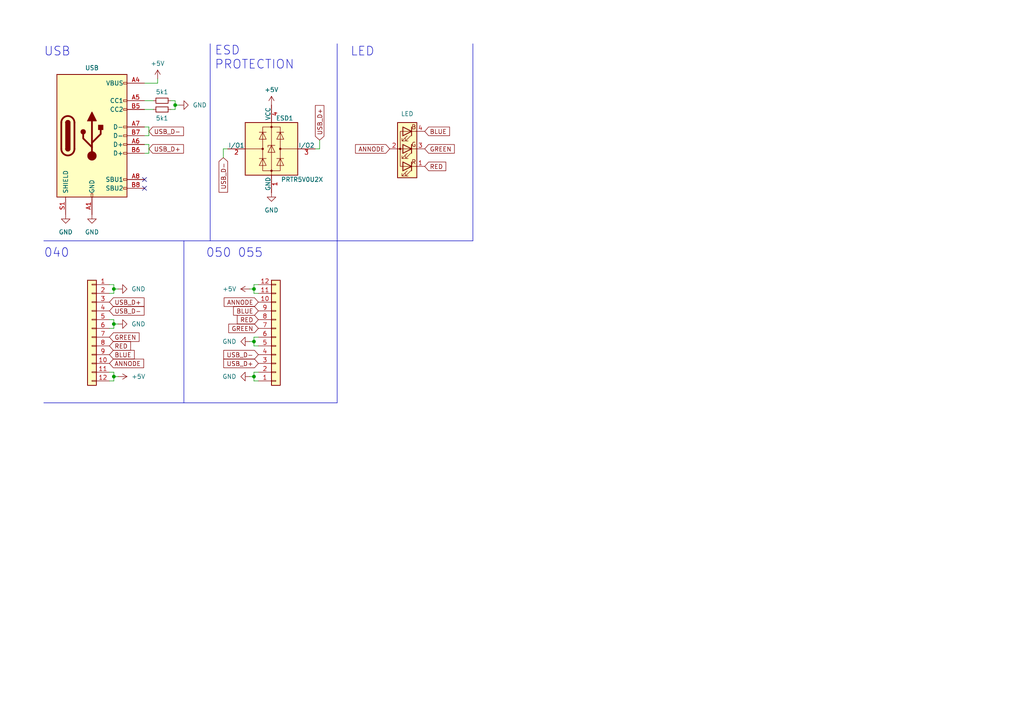
<source format=kicad_sch>
(kicad_sch (version 20230121) (generator eeschema)
  (paper "A4")
  (lib_symbols
    (symbol "Connector:USB_C_Receptacle_USB2.0" (pin_names (offset 1.016))
      (property "Reference" "J" (at -10.16 19.05 0))
      (property "Value" "USB_C_Receptacle_USB2.0" (at 19.05 19.05 0))
      (symbol "USB_C_Receptacle_USB2.0_0_0"
        (rectangle (start -0.254 -17.78) (end 0.254 -16.764))
        (rectangle (start 10.16 -14.986) (end 9.144 -15.494))
        (rectangle (start 10.16 -12.446) (end 9.144 -12.954))
        (rectangle (start 10.16 -4.826) (end 9.144 -5.334))
        (rectangle (start 10.16 -2.286) (end 9.144 -2.794))
        (rectangle (start 10.16 0.254) (end 9.144 -0.254))
        (rectangle (start 10.16 2.794) (end 9.144 2.286))
        (rectangle (start 10.16 7.874) (end 9.144 7.366))
        (rectangle (start 10.16 10.414) (end 9.144 9.906))
        (rectangle (start 10.16 15.494) (end 9.144 14.986))
      )
      (symbol "USB_C_Receptacle_USB2.0_0_1"
        (rectangle (start -10.16 17.78) (end 10.16 -17.78) (stroke (width 0.254)) (fill (type background)))
        (arc (start -8.89 -3.81) (mid -6.985 -5.7067) (end -5.08 -3.81) (stroke (width 0.508)))
        (arc (start -7.62 -3.81) (mid -6.985 -4.4423) (end -6.35 -3.81) (stroke (width 0.254)))
        (arc (start -7.62 -3.81) (mid -6.985 -4.4423) (end -6.35 -3.81) (stroke (width 0.254)) (fill (type outline)))
        (rectangle (start -7.62 -3.81) (end -6.35 3.81) (stroke (width 0.254)) (fill (type outline)))
        (arc (start -6.35 3.81) (mid -6.985 4.4423) (end -7.62 3.81) (stroke (width 0.254)))
        (arc (start -6.35 3.81) (mid -6.985 4.4423) (end -7.62 3.81) (stroke (width 0.254)) (fill (type outline)))
        (arc (start -5.08 3.81) (mid -6.985 5.7067) (end -8.89 3.81) (stroke (width 0.508)))
        (circle (center -2.54 1.143) (radius 0.635) (stroke (width 0.254)) (fill (type outline)))
        (circle (center 0 -5.842) (radius 1.27) (fill (type outline)))
        (polyline (pts (xy -8.89 -3.81) (xy -8.89 3.81)) (stroke (width 0.508)))
        (polyline (pts (xy -5.08 3.81) (xy -5.08 -3.81)) (stroke (width 0.508)))
        (polyline (pts (xy 0 -5.842) (xy 0 4.318)) (stroke (width 0.508)))
        (polyline (pts (xy 0 -3.302) (xy -2.54 -0.762) (xy -2.54 0.508)) (stroke (width 0.508)))
        (polyline (pts (xy 0 -2.032) (xy 2.54 0.508) (xy 2.54 1.778)) (stroke (width 0.508)))
        (polyline (pts (xy -1.27 4.318) (xy 0 6.858) (xy 1.27 4.318) (xy -1.27 4.318)) (stroke (width 0.254)) (fill (type outline)))
        (rectangle (start 1.905 1.778) (end 3.175 3.048) (stroke (width 0.254)) (fill (type outline)))
      )
      (symbol "USB_C_Receptacle_USB2.0_1_1"
        (pin passive line (at 0 -22.86 90) (length 5.08) (name "GND") (number "A1"))
        (pin passive line (at 0 -22.86 90) (length 5.08) hide (name "GND") (number "A12"))
        (pin passive line (at 15.24 15.24 180) (length 5.08) (name "VBUS") (number "A4"))
        (pin bidirectional line (at 15.24 10.16 180) (length 5.08) (name "CC1") (number "A5"))
        (pin bidirectional line (at 15.24 -2.54 180) (length 5.08) (name "D+") (number "A6"))
        (pin bidirectional line (at 15.24 2.54 180) (length 5.08) (name "D-") (number "A7"))
        (pin bidirectional line (at 15.24 -12.7 180) (length 5.08) (name "SBU1") (number "A8"))
        (pin passive line (at 15.24 15.24 180) (length 5.08) hide (name "VBUS") (number "A9"))
        (pin passive line (at 0 -22.86 90) (length 5.08) hide (name "GND") (number "B1"))
        (pin passive line (at 0 -22.86 90) (length 5.08) hide (name "GND") (number "B12"))
        (pin passive line (at 15.24 15.24 180) (length 5.08) hide (name "VBUS") (number "B4"))
        (pin bidirectional line (at 15.24 7.62 180) (length 5.08) (name "CC2") (number "B5"))
        (pin bidirectional line (at 15.24 -5.08 180) (length 5.08) (name "D+") (number "B6"))
        (pin bidirectional line (at 15.24 0 180) (length 5.08) (name "D-") (number "B7"))
        (pin bidirectional line (at 15.24 -15.24 180) (length 5.08) (name "SBU2") (number "B8"))
        (pin passive line (at 15.24 15.24 180) (length 5.08) hide (name "VBUS") (number "B9"))
        (pin passive line (at -7.62 -22.86 90) (length 5.08) (name "SHIELD") (number "S1"))
      )
    )
    (symbol "Connector_Generic:Conn_01x12" (pin_names (offset 1.016) hide)
      (property "Reference" "J" (at 0 15.24 0))
      (property "Value" "Conn_01x12" (at 0 -17.78 0))
      (symbol "Conn_01x12_1_1"
        (rectangle (start -1.27 -15.113) (end 0 -15.367) (stroke (width 0.1524)))
        (rectangle (start -1.27 -12.573) (end 0 -12.827) (stroke (width 0.1524)))
        (rectangle (start -1.27 -10.033) (end 0 -10.287) (stroke (width 0.1524)))
        (rectangle (start -1.27 -7.493) (end 0 -7.747) (stroke (width 0.1524)))
        (rectangle (start -1.27 -4.953) (end 0 -5.207) (stroke (width 0.1524)))
        (rectangle (start -1.27 -2.413) (end 0 -2.667) (stroke (width 0.1524)))
        (rectangle (start -1.27 0.127) (end 0 -0.127) (stroke (width 0.1524)))
        (rectangle (start -1.27 2.667) (end 0 2.413) (stroke (width 0.1524)))
        (rectangle (start -1.27 5.207) (end 0 4.953) (stroke (width 0.1524)))
        (rectangle (start -1.27 7.747) (end 0 7.493) (stroke (width 0.1524)))
        (rectangle (start -1.27 10.287) (end 0 10.033) (stroke (width 0.1524)))
        (rectangle (start -1.27 12.827) (end 0 12.573) (stroke (width 0.1524)))
        (rectangle (start -1.27 13.97) (end 1.27 -16.51) (stroke (width 0.254)) (fill (type background)))
        (pin passive line (at -5.08 12.7 0) (length 3.81) (name "Pin_1") (number "1"))
        (pin passive line (at -5.08 -10.16 0) (length 3.81) (name "Pin_10") (number "10"))
        (pin passive line (at -5.08 -12.7 0) (length 3.81) (name "Pin_11") (number "11"))
        (pin passive line (at -5.08 -15.24 0) (length 3.81) (name "Pin_12") (number "12"))
        (pin passive line (at -5.08 10.16 0) (length 3.81) (name "Pin_2") (number "2"))
        (pin passive line (at -5.08 7.62 0) (length 3.81) (name "Pin_3") (number "3"))
        (pin passive line (at -5.08 5.08 0) (length 3.81) (name "Pin_4") (number "4"))
        (pin passive line (at -5.08 2.54 0) (length 3.81) (name "Pin_5") (number "5"))
        (pin passive line (at -5.08 0 0) (length 3.81) (name "Pin_6") (number "6"))
        (pin passive line (at -5.08 -2.54 0) (length 3.81) (name "Pin_7") (number "7"))
        (pin passive line (at -5.08 -5.08 0) (length 3.81) (name "Pin_8") (number "8"))
        (pin passive line (at -5.08 -7.62 0) (length 3.81) (name "Pin_9") (number "9"))
      )
    )
    (symbol "Device:LED_RAGB" (pin_names (offset 0) hide)
      (property "Reference" "D" (at 0 9.398 0))
      (property "Value" "LED_RAGB" (at 0 -8.89 0))
      (symbol "LED_RAGB_0_0"
        (text "B" (at -1.905 -6.35 0) (effects (font (size 1.27 1.27))))
        (text "G" (at -1.905 -1.27 0) (effects (font (size 1.27 1.27))))
        (text "R" (at -1.905 3.81 0) (effects (font (size 1.27 1.27))))
      )
      (symbol "LED_RAGB_0_1"
        (polyline (pts (xy -1.27 -5.08) (xy -2.54 -5.08)))
        (polyline (pts (xy -1.27 -5.08) (xy 1.27 -5.08)))
        (polyline (pts (xy -1.27 -3.81) (xy -1.27 -6.35)) (stroke (width 0.254)))
        (polyline (pts (xy -1.27 0) (xy -2.54 0)))
        (polyline (pts (xy -1.27 1.27) (xy -1.27 -1.27)) (stroke (width 0.254)))
        (polyline (pts (xy -1.27 5.08) (xy -2.54 5.08)))
        (polyline (pts (xy -1.27 5.08) (xy 1.27 5.08)))
        (polyline (pts (xy -1.27 6.35) (xy -1.27 3.81)) (stroke (width 0.254)))
        (polyline (pts (xy 1.27 0) (xy -1.27 0)))
        (polyline (pts (xy 1.27 0) (xy 2.54 0)))
        (polyline (pts (xy -1.27 1.27) (xy -1.27 -1.27) (xy -1.27 -1.27)))
        (polyline (pts (xy -1.27 6.35) (xy -1.27 3.81) (xy -1.27 3.81)))
        (polyline (pts (xy 1.27 -5.08) (xy 2.032 -5.08) (xy 2.032 5.08) (xy 1.27 5.08)))
        (polyline (pts (xy 1.27 -3.81) (xy 1.27 -6.35) (xy -1.27 -5.08) (xy 1.27 -3.81)) (stroke (width 0.254)))
        (polyline (pts (xy 1.27 1.27) (xy 1.27 -1.27) (xy -1.27 0) (xy 1.27 1.27)) (stroke (width 0.254)))
        (polyline (pts (xy 1.27 6.35) (xy 1.27 3.81) (xy -1.27 5.08) (xy 1.27 6.35)) (stroke (width 0.254)))
        (polyline (pts (xy -1.016 -3.81) (xy 0.508 -2.286) (xy -0.254 -2.286) (xy 0.508 -2.286) (xy 0.508 -3.048)))
        (polyline (pts (xy -1.016 1.27) (xy 0.508 2.794) (xy -0.254 2.794) (xy 0.508 2.794) (xy 0.508 2.032)))
        (polyline (pts (xy -1.016 6.35) (xy 0.508 7.874) (xy -0.254 7.874) (xy 0.508 7.874) (xy 0.508 7.112)))
        (polyline (pts (xy 0 -3.81) (xy 1.524 -2.286) (xy 0.762 -2.286) (xy 1.524 -2.286) (xy 1.524 -3.048)))
        (polyline (pts (xy 0 1.27) (xy 1.524 2.794) (xy 0.762 2.794) (xy 1.524 2.794) (xy 1.524 2.032)))
        (polyline (pts (xy 0 6.35) (xy 1.524 7.874) (xy 0.762 7.874) (xy 1.524 7.874) (xy 1.524 7.112)))
        (rectangle (start 1.27 -1.27) (end 1.27 1.27))
        (rectangle (start 1.27 1.27) (end 1.27 1.27))
        (rectangle (start 1.27 3.81) (end 1.27 6.35))
        (rectangle (start 1.27 6.35) (end 1.27 6.35))
        (circle (center 2.032 0) (radius 0.254) (fill (type outline)))
        (rectangle (start 2.794 8.382) (end -2.794 -7.62) (stroke (width 0.254)) (fill (type background)))
      )
      (symbol "LED_RAGB_1_1"
        (pin passive line (at -5.08 5.08 0) (length 2.54) (name "RK") (number "1"))
        (pin passive line (at 5.08 0 180) (length 2.54) (name "A") (number "2"))
        (pin passive line (at -5.08 0 0) (length 2.54) (name "GK") (number "3"))
        (pin passive line (at -5.08 -5.08 0) (length 2.54) (name "BK") (number "4"))
      )
    )
    (symbol "Device:R_Small" (pin_numbers hide) (pin_names (offset 0.254) hide)
      (property "Reference" "R" (at 0.762 0.508 0))
      (property "Value" "R_Small" (at 0.762 -1.016 0))
      (symbol "R_Small_0_1"
        (rectangle (start -0.762 1.778) (end 0.762 -1.778) (stroke (width 0.2032)))
      )
      (symbol "R_Small_1_1"
        (pin passive line (at 0 2.54 270) (length 0.762) (name "~") (number "1"))
        (pin passive line (at 0 -2.54 90) (length 0.762) (name "~") (number "2"))
      )
    )
    (symbol "Power_Protection:PRTR5V0U2X" (pin_names (offset 0))
      (property "Reference" "D" (at 2.794 8.636 0))
      (property "Value" "PRTR5V0U2X" (at 8.128 -9.398 0))
      (symbol "PRTR5V0U2X_0_1"
        (rectangle (start -7.62 -7.62) (end 7.62 7.62) (stroke (width 0.254)) (fill (type background)))
        (circle (center -2.54 0) (radius 0.254) (fill (type outline)))
        (rectangle (start -2.54 6.35) (end 2.54 -6.35))
        (circle (center 0 -6.35) (radius 0.254) (fill (type outline)))
        (polyline (pts (xy -2.54 0) (xy -7.62 0)))
        (polyline (pts (xy -1.524 -2.794) (xy -3.556 -2.794)))
        (polyline (pts (xy -1.524 4.826) (xy -3.556 4.826)))
        (polyline (pts (xy 0 -7.62) (xy 0 7.62)))
        (polyline (pts (xy 1.524 -2.794) (xy 3.556 -2.794)))
        (polyline (pts (xy 1.524 4.826) (xy 3.556 4.826)))
        (polyline (pts (xy 2.54 0) (xy 7.62 0)))
        (polyline (pts (xy 1.016 1.016) (xy -1.016 1.016) (xy -1.016 0.508)))
        (polyline (pts (xy -3.556 -4.826) (xy -1.524 -4.826) (xy -2.54 -2.794) (xy -3.556 -4.826)))
        (polyline (pts (xy -3.556 2.794) (xy -1.524 2.794) (xy -2.54 4.826) (xy -3.556 2.794)))
        (polyline (pts (xy -1.016 -1.016) (xy 1.016 -1.016) (xy 0 1.016) (xy -1.016 -1.016)))
        (polyline (pts (xy 3.556 -4.826) (xy 1.524 -4.826) (xy 2.54 -2.794) (xy 3.556 -4.826)))
        (polyline (pts (xy 3.556 2.794) (xy 1.524 2.794) (xy 2.54 4.826) (xy 3.556 2.794)))
        (circle (center 0 6.35) (radius 0.254) (fill (type outline)))
        (circle (center 2.54 0) (radius 0.254) (fill (type outline)))
      )
      (symbol "PRTR5V0U2X_1_1"
        (pin passive line (at 0 -12.7 90) (length 5.08) (name "GND") (number "1"))
        (pin passive line (at -12.7 0 0) (length 5.08) (name "I/O1") (number "2"))
        (pin passive line (at 12.7 0 180) (length 5.08) (name "I/O2") (number "3"))
        (pin passive line (at 0 12.7 270) (length 5.08) (name "VCC") (number "4"))
      )
    )
    (symbol "power:+5V" (power) (pin_names (offset 0))
      (property "Value" "+5V" (at 0 3.556 0))
      (symbol "+5V_0_1"
        (polyline (pts (xy -0.762 1.27) (xy 0 2.54)))
        (polyline (pts (xy 0 0) (xy 0 2.54)))
        (polyline (pts (xy 0 2.54) (xy 0.762 1.27)))
      )
      (symbol "+5V_1_1"
        (pin power_in line (at 0 0 90) (length 0) hide (name "+5V") (number "1"))
      )
    )
    (symbol "power:GND" (power) (pin_names (offset 0))
      (property "Value" "GND" (at 0 -3.81 0))
      (symbol "GND_0_1"
        (polyline (pts (xy 0 0) (xy 0 -1.27) (xy 1.27 -1.27) (xy 0 -2.54) (xy -1.27 -1.27) (xy 0 -1.27)))
      )
      (symbol "GND_1_1"
        (pin power_in line (at 0 0 270) (length 0) hide (name "GND") (number "1"))
      )
    )
  )
  (junction (at 33.02 83.82))
  (junction (at 50.8 30.48))
  (junction (at 73.66 109.22))
  (junction (at 73.66 99.06))
  (junction (at 73.66 83.82))
  (junction (at 33.02 109.22))
  (junction (at 33.02 93.98))
  (no_connect (at 41.91 54.61))
  (no_connect (at 41.91 52.07))
  (polyline (pts (xy 12.7 69.85) (xy 60.96 69.85)))
  (polyline (pts (xy 60.96 69.85) (xy 97.79 69.85)))
  (wire (pts (xy 41.91 36.83) (xy 43.18 36.83)))
  (wire (pts (xy 41.91 31.75) (xy 44.45 31.75)))
  (wire (pts (xy 50.8 30.48) (xy 50.8 29.21)))
  (wire (pts (xy 74.93 107.95) (xy 73.66 107.95)))
  (wire (pts (xy 33.02 83.82) (xy 33.02 85.09)))
  (polyline (pts (xy 12.7 116.84) (xy 97.79 116.84)))
  (wire (pts (xy 33.02 93.98) (xy 34.29 93.98)))
  (wire (pts (xy 73.66 109.22) (xy 72.39 109.22)))
  (wire (pts (xy 73.66 83.82) (xy 73.66 82.55)))
  (wire (pts (xy 41.91 44.45) (xy 43.18 44.45)))
  (wire (pts (xy 73.66 85.09) (xy 73.66 83.82)))
  (wire (pts (xy 52.07 30.48) (xy 50.8 30.48)))
  (wire (pts (xy 41.91 29.21) (xy 44.45 29.21)))
  (wire (pts (xy 73.66 110.49) (xy 73.66 109.22)))
  (wire (pts (xy 92.71 40.64) (xy 92.71 43.18)))
  (wire (pts (xy 64.77 45.72) (xy 64.77 43.18)))
  (polyline (pts (xy 137.16 12.7) (xy 137.16 69.85)))
  (wire (pts (xy 74.93 82.55) (xy 73.66 82.55)))
  (wire (pts (xy 73.66 100.33) (xy 73.66 99.06)))
  (wire (pts (xy 73.66 99.06) (xy 73.66 97.79)))
  (wire (pts (xy 31.75 107.95) (xy 33.02 107.95)))
  (wire (pts (xy 45.72 24.13) (xy 45.72 22.86)))
  (polyline (pts (xy 97.79 12.7) (xy 97.79 69.85)))
  (wire (pts (xy 49.53 31.75) (xy 50.8 31.75)))
  (polyline (pts (xy 60.96 12.7) (xy 60.96 69.85)))
  (wire (pts (xy 41.91 39.37) (xy 43.18 39.37)))
  (wire (pts (xy 74.93 110.49) (xy 73.66 110.49)))
  (wire (pts (xy 33.02 83.82) (xy 34.29 83.82)))
  (wire (pts (xy 73.66 109.22) (xy 73.66 107.95)))
  (wire (pts (xy 43.18 36.83) (xy 43.18 39.37)))
  (wire (pts (xy 31.75 85.09) (xy 33.02 85.09)))
  (wire (pts (xy 33.02 109.22) (xy 33.02 110.49)))
  (wire (pts (xy 74.93 97.79) (xy 73.66 97.79)))
  (wire (pts (xy 31.75 92.71) (xy 33.02 92.71)))
  (polyline (pts (xy 97.79 69.85) (xy 137.16 69.85)))
  (wire (pts (xy 64.77 43.18) (xy 66.04 43.18)))
  (wire (pts (xy 92.71 43.18) (xy 91.44 43.18)))
  (wire (pts (xy 33.02 107.95) (xy 33.02 109.22)))
  (wire (pts (xy 33.02 92.71) (xy 33.02 93.98)))
  (wire (pts (xy 31.75 95.25) (xy 33.02 95.25)))
  (wire (pts (xy 33.02 109.22) (xy 34.29 109.22)))
  (wire (pts (xy 41.91 41.91) (xy 43.18 41.91)))
  (wire (pts (xy 31.75 82.55) (xy 33.02 82.55)))
  (wire (pts (xy 50.8 31.75) (xy 50.8 30.48)))
  (wire (pts (xy 31.75 110.49) (xy 33.02 110.49)))
  (wire (pts (xy 74.93 100.33) (xy 73.66 100.33)))
  (polyline (pts (xy 53.34 69.85) (xy 53.34 116.84)))
  (wire (pts (xy 74.93 85.09) (xy 73.66 85.09)))
  (wire (pts (xy 43.18 41.91) (xy 43.18 44.45)))
  (wire (pts (xy 73.66 99.06) (xy 72.39 99.06)))
  (wire (pts (xy 73.66 83.82) (xy 72.39 83.82)))
  (wire (pts (xy 41.91 24.13) (xy 45.72 24.13)))
  (wire (pts (xy 33.02 82.55) (xy 33.02 83.82)))
  (wire (pts (xy 49.53 29.21) (xy 50.8 29.21)))
  (wire (pts (xy 33.02 93.98) (xy 33.02 95.25)))
  (polyline (pts (xy 97.79 69.85) (xy 97.79 116.84)))
  (text "LED" (at 101.6 16.51 0) (effects (font (size 2.54 2.54)) (justify left bottom)))
  (text "050 055" (at 59.69 74.93 0) (effects (font (size 2.54 2.54)) (justify left bottom)))
  (text "040" (at 12.7 74.93 0) (effects (font (size 2.54 2.54)) (justify left bottom)))
  (text "ESD\nPROTECTION" (at 62.23 20.32 0) (effects (font (size 2.54 2.54)) (justify left bottom)))
  (text "USB" (at 12.7 16.51 0) (effects (font (size 2.54 2.54)) (justify left bottom)))
  (global_label "USB_D-" (shape input) (at 74.93 102.87 180) (property "Intersheetrefs" "${INTERSHEET_REFS}" (effects hide)))
  (global_label "RED" (shape input) (at 123.19 48.26 0) (property "Intersheetrefs" "${INTERSHEET_REFS}" (effects hide)))
  (global_label "USB_D+" (shape input) (at 92.71 40.64 90) (property "Intersheetrefs" "${INTERSHEET_REFS}" (effects hide)))
  (global_label "GREEN" (shape input) (at 74.93 95.25 180) (property "Intersheetrefs" "${INTERSHEET_REFS}" (effects hide)))
  (global_label "BLUE" (shape input) (at 74.93 90.17 180) (property "Intersheetrefs" "${INTERSHEET_REFS}" (effects hide)))
  (global_label "USB_D+" (shape input) (at 74.93 105.41 180) (property "Intersheetrefs" "${INTERSHEET_REFS}" (effects hide)))
  (global_label "USB_D-" (shape input) (at 31.75 90.17 0) (property "Intersheetrefs" "${INTERSHEET_REFS}" (effects hide)))
  (global_label "USB_D-" (shape input) (at 43.18 38.1 0) (property "Intersheetrefs" "${INTERSHEET_REFS}" (effects hide)))
  (global_label "RED" (shape input) (at 74.93 92.71 180) (property "Intersheetrefs" "${INTERSHEET_REFS}" (effects hide)))
  (global_label "USB_D+" (shape input) (at 43.18 43.18 0) (property "Intersheetrefs" "${INTERSHEET_REFS}" (effects hide)))
  (global_label "USB_D-" (shape input) (at 64.77 45.72 270) (property "Intersheetrefs" "${INTERSHEET_REFS}" (effects hide)))
  (global_label "ANNODE" (shape input) (at 74.93 87.63 180) (property "Intersheetrefs" "${INTERSHEET_REFS}" (effects hide)))
  (global_label "GREEN" (shape input) (at 123.19 43.18 0) (property "Intersheetrefs" "${INTERSHEET_REFS}" (effects hide)))
  (global_label "ANNODE" (shape input) (at 113.03 43.18 180) (property "Intersheetrefs" "${INTERSHEET_REFS}" (effects hide)))
  (global_label "RED" (shape input) (at 31.75 100.33 0) (property "Intersheetrefs" "${INTERSHEET_REFS}" (effects hide)))
  (global_label "ANNODE" (shape input) (at 31.75 105.41 0) (property "Intersheetrefs" "${INTERSHEET_REFS}" (effects hide)))
  (global_label "BLUE" (shape input) (at 123.19 38.1 0) (property "Intersheetrefs" "${INTERSHEET_REFS}" (effects hide)))
  (global_label "USB_D+" (shape input) (at 31.75 87.63 0) (property "Intersheetrefs" "${INTERSHEET_REFS}" (effects hide)))
  (global_label "GREEN" (shape input) (at 31.75 97.79 0) (property "Intersheetrefs" "${INTERSHEET_REFS}" (effects hide)))
  (global_label "BLUE" (shape input) (at 31.75 102.87 0) (property "Intersheetrefs" "${INTERSHEET_REFS}" (effects hide)))
  (symbol (lib_id "power:GND") (at 72.39 109.22 270) (unit 1)
    (property "Reference" "#PWR08" (effects hide))
    (property "Value" "GND" (at 68.58 109.22 90) (effects (justify right)))
  )
  (symbol (lib_id "power:+5V") (at 72.39 83.82 90) (unit 1)
    (property "Reference" "#PWR010" (effects hide))
    (property "Value" "+5V" (at 68.58 83.82 90) (effects (justify left)))
  )
  (symbol (lib_id "power:GND") (at 78.74 55.88 0) (unit 1)
    (property "Reference" "#PWR011" (effects hide))
    (property "Value" "GND" (at 78.74 60.96 0))
  )
  (symbol (lib_id "Power_Protection:PRTR5V0U2X") (at 78.74 43.18 0) (unit 1)
    (property "Reference" "ESD1" (at 82.55 34.29 0))
    (property "Value" "PRTR5V0U2X" (at 87.63 52.07 0))
    (property "Footprint" "Package_TO_SOT_SMD:SOT-143" (effects hide))
    (property "Datasheet" "https://assets.nexperia.com/documents/data-sheet/PRTR5V0U2X.pdf" (effects hide))
  )
  (symbol (lib_id "Device:R_Small") (at 46.99 29.21 90) (unit 1)
    (property "Reference" "R1" (effects hide))
    (property "Value" "5k1" (at 46.99 26.67 90))
    (property "Footprint" "Resistor_SMD:R_0603_1608Metric" (effects hide))
  )
  (symbol (lib_id "power:+5V") (at 78.74 30.48 0) (unit 1)
    (property "Reference" "#PWR012" (effects hide))
    (property "Value" "+5V" (at 78.74 26.035 0))
  )
  (symbol (lib_id "Device:R_Small") (at 46.99 31.75 90) (unit 1)
    (property "Reference" "R2" (effects hide))
    (property "Value" "5k1" (at 46.99 34.29 90))
    (property "Footprint" "Resistor_SMD:R_0603_1608Metric" (effects hide))
  )
  (symbol (lib_id "Connector_Generic:Conn_01x12") (at 26.67 95.25 0) (mirror y) (unit 1)
    (property "Reference" "J40" (effects hide))
    (property "Value" "040" (effects hide))
  )
  (symbol (lib_id "Connector_Generic:Conn_01x12") (at 80.01 97.79 0) (mirror x) (unit 1)
    (property "Reference" "J05x1" (effects hide))
    (property "Value" "05x" (effects hide))
  )
  (symbol (lib_id "power:GND") (at 72.39 99.06 270) (unit 1)
    (property "Reference" "#PWR09" (effects hide))
    (property "Value" "GND" (at 68.58 99.06 90) (effects (justify right)))
  )
  (symbol (lib_id "Device:LED_RAGB") (at 118.11 43.18 180) (unit 1)
    (property "Reference" "LED1" (effects hide))
    (property "Value" "LED" (at 118.11 33.02 0))
  )
  (symbol (lib_id "power:+5V") (at 34.29 109.22 270) (unit 1)
    (property "Reference" "#PWR05" (effects hide))
    (property "Value" "+5V" (at 38.1 109.22 90) (effects (justify left)))
  )
  (symbol (lib_id "Connector:USB_C_Receptacle_USB2.0") (at 26.67 39.37 0) (unit 1)
    (property "Reference" "JUSB1" (effects hide))
    (property "Value" "USB" (at 26.67 19.685 0))
    (property "Datasheet" "https://www.usb.org/sites/default/files/documents/usb_type-c.zip" (effects hide))
  )
  (symbol (lib_id "power:GND") (at 34.29 83.82 90) (unit 1)
    (property "Reference" "#PWR07" (effects hide))
    (property "Value" "GND" (at 38.1 83.82 90) (effects (justify right)))
  )
  (symbol (lib_id "power:GND") (at 52.07 30.48 90) (unit 1)
    (property "Reference" "#PWR02" (effects hide))
    (property "Value" "GND" (at 55.88 30.48 90) (effects (justify right)))
  )
  (symbol (lib_id "power:GND") (at 26.67 62.23 0) (unit 1)
    (property "Reference" "#PWR03" (effects hide))
    (property "Value" "GND" (at 26.67 67.31 0))
  )
  (symbol (lib_id "power:GND") (at 19.05 62.23 0) (unit 1)
    (property "Reference" "#PWR04" (effects hide))
    (property "Value" "GND" (at 19.05 67.31 0))
  )
  (symbol (lib_id "power:+5V") (at 45.72 22.86 0) (unit 1)
    (property "Reference" "#PWR01" (effects hide))
    (property "Value" "+5V" (at 45.72 18.415 0))
  )
  (symbol (lib_id "power:GND") (at 34.29 93.98 90) (unit 1)
    (property "Reference" "#PWR06" (effects hide))
    (property "Value" "GND" (at 38.1 93.98 90) (effects (justify right)))
  )
)
</source>
